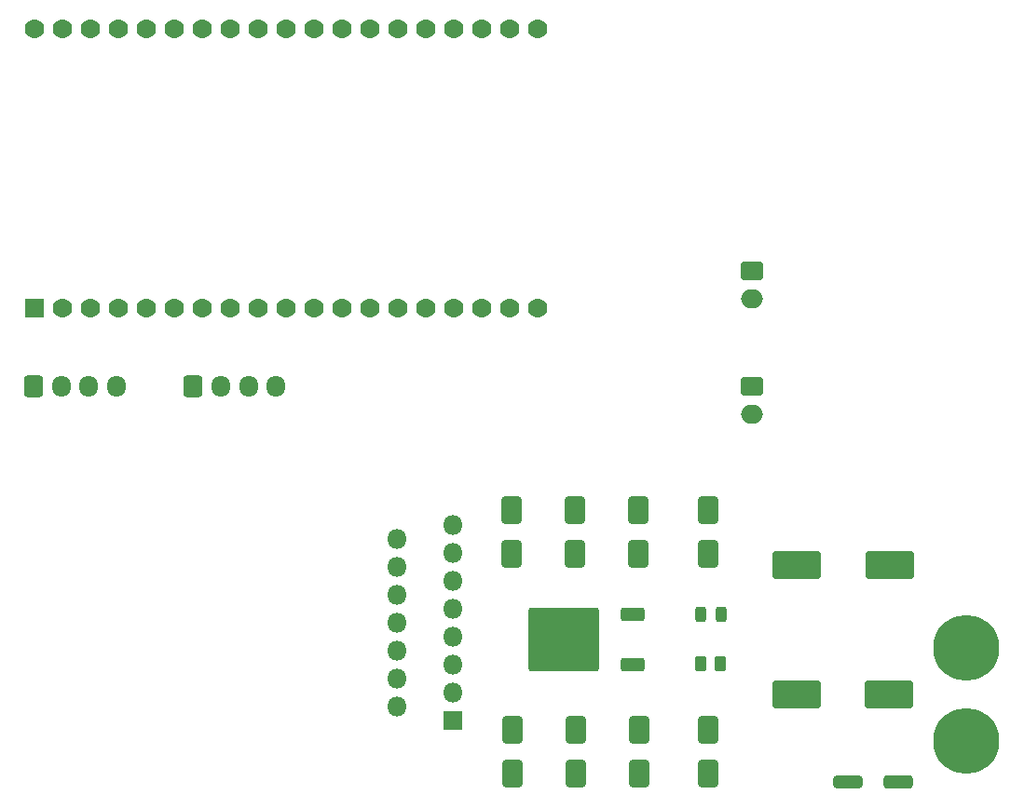
<source format=gbr>
%TF.GenerationSoftware,KiCad,Pcbnew,7.0.8*%
%TF.CreationDate,2024-03-30T21:38:39+07:00*%
%TF.ProjectId,2wd_control_pcbway,3277645f-636f-46e7-9472-6f6c5f706362,rev?*%
%TF.SameCoordinates,Original*%
%TF.FileFunction,Soldermask,Top*%
%TF.FilePolarity,Negative*%
%FSLAX46Y46*%
G04 Gerber Fmt 4.6, Leading zero omitted, Abs format (unit mm)*
G04 Created by KiCad (PCBNEW 7.0.8) date 2024-03-30 21:38:39*
%MOMM*%
%LPD*%
G01*
G04 APERTURE LIST*
G04 Aperture macros list*
%AMRoundRect*
0 Rectangle with rounded corners*
0 $1 Rounding radius*
0 $2 $3 $4 $5 $6 $7 $8 $9 X,Y pos of 4 corners*
0 Add a 4 corners polygon primitive as box body*
4,1,4,$2,$3,$4,$5,$6,$7,$8,$9,$2,$3,0*
0 Add four circle primitives for the rounded corners*
1,1,$1+$1,$2,$3*
1,1,$1+$1,$4,$5*
1,1,$1+$1,$6,$7*
1,1,$1+$1,$8,$9*
0 Add four rect primitives between the rounded corners*
20,1,$1+$1,$2,$3,$4,$5,0*
20,1,$1+$1,$4,$5,$6,$7,0*
20,1,$1+$1,$6,$7,$8,$9,0*
20,1,$1+$1,$8,$9,$2,$3,0*%
G04 Aperture macros list end*
%ADD10C,6.000000*%
%ADD11RoundRect,0.250000X0.650000X-1.000000X0.650000X1.000000X-0.650000X1.000000X-0.650000X-1.000000X0*%
%ADD12RoundRect,0.250000X0.850000X0.350000X-0.850000X0.350000X-0.850000X-0.350000X0.850000X-0.350000X0*%
%ADD13RoundRect,0.249997X2.950003X2.650003X-2.950003X2.650003X-2.950003X-2.650003X2.950003X-2.650003X0*%
%ADD14RoundRect,0.102000X0.780000X-0.780000X0.780000X0.780000X-0.780000X0.780000X-0.780000X-0.780000X0*%
%ADD15C,1.764000*%
%ADD16RoundRect,0.301219X1.011780X0.301218X-1.011780X0.301218X-1.011780X-0.301218X1.011780X-0.301218X0*%
%ADD17RoundRect,0.297250X1.015750X0.297250X-1.015750X0.297250X-1.015750X-0.297250X1.015750X-0.297250X0*%
%ADD18RoundRect,0.250000X-1.950000X-1.000000X1.950000X-1.000000X1.950000X1.000000X-1.950000X1.000000X0*%
%ADD19R,1.800000X1.800000*%
%ADD20O,1.800000X1.800000*%
%ADD21RoundRect,0.250000X-0.600000X-0.725000X0.600000X-0.725000X0.600000X0.725000X-0.600000X0.725000X0*%
%ADD22O,1.700000X1.950000*%
%ADD23RoundRect,0.250000X-0.262500X-0.450000X0.262500X-0.450000X0.262500X0.450000X-0.262500X0.450000X0*%
%ADD24RoundRect,0.250000X-0.750000X0.600000X-0.750000X-0.600000X0.750000X-0.600000X0.750000X0.600000X0*%
%ADD25O,2.000000X1.700000*%
%ADD26RoundRect,0.243750X-0.243750X-0.456250X0.243750X-0.456250X0.243750X0.456250X-0.243750X0.456250X0*%
G04 APERTURE END LIST*
D10*
%TO.C,12V1*%
X208000000Y-114250000D03*
%TD*%
D11*
%TO.C,D5*%
X184490000Y-117250000D03*
X184490000Y-113250000D03*
%TD*%
%TO.C,D7*%
X172440000Y-97250000D03*
X172440000Y-93250000D03*
%TD*%
%TO.C,D4*%
X178240000Y-117250000D03*
X178240000Y-113250000D03*
%TD*%
D12*
%TO.C,U3*%
X177700000Y-107280000D03*
D13*
X171400000Y-105000000D03*
D12*
X177700000Y-102720000D03*
%TD*%
D11*
%TO.C,D2*%
X166740000Y-117250000D03*
X166740000Y-113250000D03*
%TD*%
D14*
%TO.C,U1*%
X123280000Y-74900000D03*
D15*
X125820000Y-74900000D03*
X128360000Y-74900000D03*
X130900000Y-74900000D03*
X133440000Y-74900000D03*
X135980000Y-74900000D03*
X138520000Y-74900000D03*
X141060000Y-74900000D03*
X143600000Y-74900000D03*
X146140000Y-74900000D03*
X148680000Y-74900000D03*
X151220000Y-74900000D03*
X153760000Y-74900000D03*
X156300000Y-74900000D03*
X158840000Y-74900000D03*
X161380000Y-74900000D03*
X163920000Y-74900000D03*
X166460000Y-74900000D03*
X169000000Y-74900000D03*
X123280000Y-49500000D03*
X125820000Y-49500000D03*
X128360000Y-49500000D03*
X130900000Y-49500000D03*
X133440000Y-49500000D03*
X135980000Y-49500000D03*
X138520000Y-49500000D03*
X141060000Y-49500000D03*
X143600000Y-49500000D03*
X146140000Y-49500000D03*
X148680000Y-49500000D03*
X151220000Y-49500000D03*
X153760000Y-49500000D03*
X156300000Y-49500000D03*
X158840000Y-49500000D03*
X161380000Y-49500000D03*
X163920000Y-49500000D03*
X166460000Y-49500000D03*
X169000000Y-49500000D03*
%TD*%
D16*
%TO.C,U4*%
X201786000Y-118000000D03*
D17*
X197214000Y-118000000D03*
%TD*%
D18*
%TO.C,C1*%
X192550000Y-110000000D03*
X200950000Y-110000000D03*
%TD*%
D19*
%TO.C,U2*%
X161325000Y-112395000D03*
D20*
X156245000Y-111125000D03*
X161325000Y-109855000D03*
X156245000Y-108585000D03*
X161325000Y-107315000D03*
X156245000Y-106045000D03*
X161325000Y-104775000D03*
X156245000Y-103505000D03*
X161325000Y-102235000D03*
X156245000Y-100965000D03*
X161325000Y-99695000D03*
X156245000Y-98425000D03*
X161325000Y-97155000D03*
X156245000Y-95885000D03*
X161325000Y-94615000D03*
%TD*%
D11*
%TO.C,D3*%
X172490000Y-117250000D03*
X172490000Y-113250000D03*
%TD*%
D21*
%TO.C,Encoder0*%
X123250000Y-82000000D03*
D22*
X125750000Y-82000000D03*
X128250000Y-82000000D03*
X130750000Y-82000000D03*
%TD*%
D11*
%TO.C,D9*%
X184490000Y-97250000D03*
X184490000Y-93250000D03*
%TD*%
D10*
%TO.C,GND1*%
X208000000Y-105750000D03*
%TD*%
D23*
%TO.C,R1*%
X183837500Y-107250000D03*
X185662500Y-107250000D03*
%TD*%
D21*
%TO.C,Encoder1*%
X137750000Y-82000000D03*
D22*
X140250000Y-82000000D03*
X142750000Y-82000000D03*
X145250000Y-82000000D03*
%TD*%
D18*
%TO.C,C2*%
X192600000Y-98250000D03*
X201000000Y-98250000D03*
%TD*%
D24*
%TO.C,MotorA1*%
X188500000Y-71500000D03*
D25*
X188500000Y-74000000D03*
%TD*%
D24*
%TO.C,MotorB1*%
X188500000Y-82000000D03*
D25*
X188500000Y-84500000D03*
%TD*%
D26*
%TO.C,D1*%
X183812500Y-102750000D03*
X185687500Y-102750000D03*
%TD*%
D11*
%TO.C,D6*%
X166690000Y-97250000D03*
X166690000Y-93250000D03*
%TD*%
%TO.C,D8*%
X178190000Y-97250000D03*
X178190000Y-93250000D03*
%TD*%
M02*

</source>
